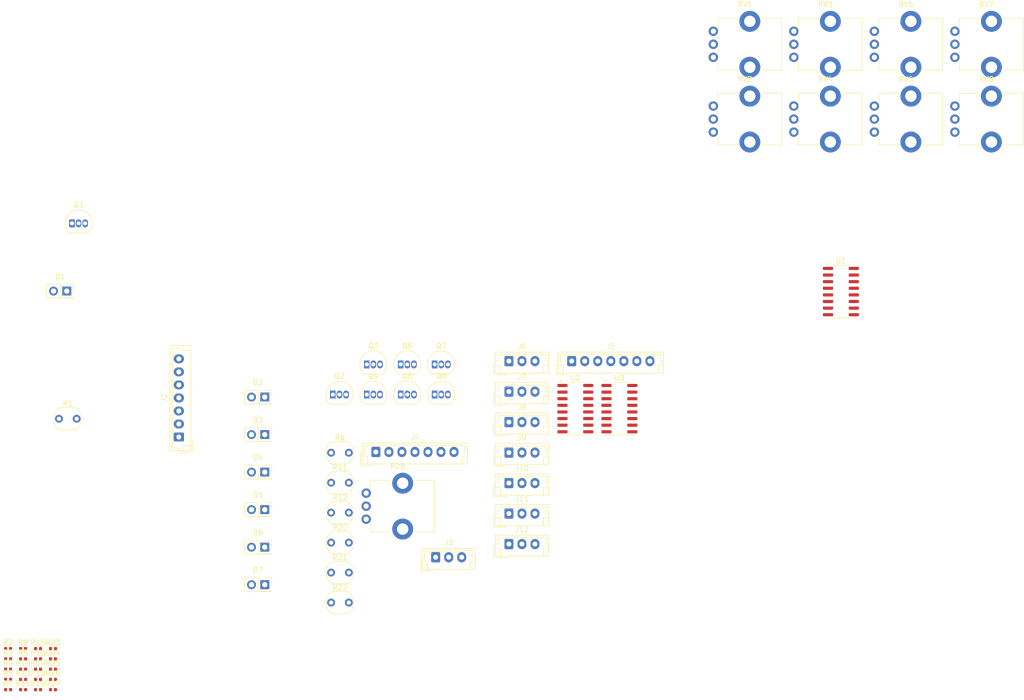
<source format=kicad_pcb>
(kicad_pcb (version 20240108) (generator "pcbnew") (generator_version "8.0")
  (layers (0 "F.Cu" signal) (31 "B.Cu" signal) (34 "B.Paste" user) (35 "F.Paste" user) (36 "B.SilkS" user "B.Silkscreen") (37 "F.SilkS" user "F.Silkscreen") (38 "B.Mask" user) (39 "F.Mask" user) (44 "Edge.Cuts" user))
  (net 0 "")
  (net 1 "GND")
  (net 2 "Net-(D2-A)")
  (net 3 "Net-(D3-A)")
  (net 4 "Net-(D4-A)")
  (net 5 "Net-(D5-A)")
  (net 6 "Net-(D6-A)")
  (net 7 "Net-(D7-A)")
  (net 8 "/Column_7_Rows/d3")
  (net 9 "/Column_7_Rows/d7")
  (net 10 "/Column_7_Rows/d5")
  (net 11 "/Column_7_Rows/d6")
  (net 12 "/Column_7_Rows/d1")
  (net 13 "/Column_7_Rows/d4")
  (net 14 "/Column_7_Rows/d2")
  (net 15 "/Column_7_Rows/Column_voltage")
  (net 16 "+3.3V")
  (net 17 "/Main_board/jst3")
  (net 18 "/Main_board/jst6")
  (net 19 "/Main_board/jst4")
  (net 20 "/Main_board/jst5")
  (net 21 "/Main_board/jst1")
  (net 22 "/Main_board/jst2")
  (net 23 "/Main_board/jst0")
  (net 24 "/Main_board/c0")
  (net 25 "/Main_board/c1")
  (net 26 "/Main_board/c2")
  (net 27 "/Main_board/c3")
  (net 28 "/Main_board/c4")
  (net 29 "/Main_board/c5")
  (net 30 "/Main_board/c6")
  (net 32 "Net-(Q2-B)")
  (net 33 "Net-(Q3-B)")
  (net 34 "Net-(Q4-B)")
  (net 35 "Net-(Q5-B)")
  (net 36 "Net-(Q6-B)")
  (net 37 "Net-(Q7-B)")
  (net 38 "/Column_7_Rows/column_voltage")
  (net 39 "Net-(U1-CH0)")
  (net 40 "Net-(U1-CH1)")
  (net 41 "Net-(U1-CH2)")
  (net 42 "Net-(U1-CH3)")
  (net 43 "Net-(U1-CH4)")
  (net 44 "Net-(U1-CH5)")
  (net 45 "Net-(U1-CH6)")
  (net 46 "Net-(U1-CH7)")
  (net 47 "/Octaves board/DATA_IN_ADC")
  (net 50 "/Octaves board/DATA_OUT_ADC")
  (net 51 "/Main_board/c7")
  (net 52 "/Main_board/clock_595")
  (net 53 "/Main_board/3.3")
  (net 54 "/Main_board/LATCH_595")
  (net 55 "/Main_board/DATA_IN_595")
  (net 56 "/Main_board/LOAD_165")
  (net 57 "/Main_board/DATA_OUT_165")
  (net 59 "/Main_board/clock_165")
  (footprint "Connector_PinSocket_2.54mm:PinSocket_2x01_P2.54mm_Vertical" (layer "F.Cu") (at 55.5 77.5)
    (property "Reference" "D1" (at -1.27 -2.77 0) (layer "F.SilkS"))
    (property "Value" "LED")
    (pad "1" thru_hole rect (at 0 0) (size 1.7 1.7) (drill 1) (layers "*.Cu" "*.Mask") (net 1 "GND"))
    (pad "2" thru_hole oval (at -2.54 0) (size 1.7 1.7) (drill 1) (layers "*.Cu" "*.Mask"))
  )
  (footprint "OptoDevice:R_LDR_5.1x4.3mm_P3.4mm_Vertical" (layer "F.Cu") (at 106.215 108.515)
    (property "Reference" "R6" (at 1.7 -2.9 0) (layer "F.SilkS"))
    (property "Value" "LDR07")
    (pad "1" thru_hole circle (at 0 0) (size 1.5 1.5) (drill 0.8) (layers "*.Cu" "*.Mask") (net 32 "Net-(Q2-B)"))
    (pad "2" thru_hole circle (at 3.4 0) (size 1.5 1.5) (drill 0.8) (layers "*.Cu" "*.Mask") (net 16 "+3.3V"))
  )
  (footprint "Potentiometer_THT:Potentiometer_Bourns_PTV09A-1_Single_Vertical" (layer "F.Cu") (at 210.45 32.65)
    (property "Reference" "RV5" (at 6.05 -10.15 0) (layer "F.SilkS"))
    (property "Value" "R_Potentiometer")
    (pad "" np_thru_hole circle (at 7 -6.9) (size 4 4) (drill 2.2) (layers "F&B.Cu" "*.Mask"))
    (pad "" np_thru_hole circle (at 7 1.9) (size 4 4) (drill 2.2) (layers "F&B.Cu" "*.Mask"))
    (pad "1" thru_hole circle (at 0 0) (size 1.8 1.8) (drill 1) (layers "*.Cu" "*.Mask") (net 16 "+3.3V"))
    (pad "2" thru_hole circle (at 0 -2.5) (size 1.8 1.8) (drill 1) (layers "*.Cu" "*.Mask") (net 43 "Net-(U1-CH4)"))
    (pad "3" thru_hole circle (at 0 -5) (size 1.8 1.8) (drill 1) (layers "*.Cu" "*.Mask") (net 1 "GND"))
  )
  (footprint "OptoDevice:R_LDR_5.1x4.3mm_P3.4mm_Vertical" (layer "F.Cu") (at 106.215 125.765)
    (property "Reference" "R20" (at 1.7 -2.9 0) (layer "F.SilkS"))
    (property "Value" "LDR07")
    (pad "1" thru_hole circle (at 0 0) (size 1.5 1.5) (drill 0.8) (layers "*.Cu" "*.Mask") (net 35 "Net-(Q5-B)"))
    (pad "2" thru_hole circle (at 3.4 0) (size 1.5 1.5) (drill 0.8) (layers "*.Cu" "*.Mask") (net 16 "+3.3V"))
  )
  (footprint "Potentiometer_THT:Potentiometer_Bourns_PTV09A-1_Single_Vertical" (layer "F.Cu") (at 195 47)
    (property "Reference" "RV4" (at 6.05 -10.15 0) (layer "F.SilkS"))
    (property "Value" "R_Potentiometer")
    (pad "" np_thru_hole circle (at 7 -6.9) (size 4 4) (drill 2.2) (layers "F&B.Cu" "*.Mask"))
    (pad "" np_thru_hole circle (at 7 1.9) (size 4 4) (drill 2.2) (layers "F&B.Cu" "*.Mask"))
    (pad "1" thru_hole circle (at 0 0) (size 1.8 1.8) (drill 1) (layers "*.Cu" "*.Mask") (net 16 "+3.3V"))
    (pad "2" thru_hole circle (at 0 -2.5) (size 1.8 1.8) (drill 1) (layers "*.Cu" "*.Mask") (net 42 "Net-(U1-CH3)"))
    (pad "3" thru_hole circle (at 0 -5) (size 1.8 1.8) (drill 1) (layers "*.Cu" "*.Mask") (net 1 "GND"))
  )
  (footprint "Capacitor_SMD:C_0402_1005Metric" (layer "F.Cu") (at 44.24 150.03)
    (property "Reference" "R4" (at 0 -1.16 0) (layer "F.SilkS"))
    (property "Value" "10k")
    (pad "1" smd roundrect (at -0.48 0) (size 0.56 0.62) (layers "F.Cu" "F.Paste" "F.Mask") (net 16 "+3.3V"))
    (pad "2" smd roundrect (at 0.48 0) (size 0.56 0.62) (layers "F.Cu" "F.Paste" "F.Mask") (net 12 "/Column_7_Rows/d1"))
  )
  (footprint "Capacitor_SMD:C_0402_1005Metric" (layer "F.Cu") (at 49.98 152)
    (property "Reference" "R18" (at 0 -1.16 0) (layer "F.SilkS"))
    (property "Value" "330")
    (pad "1" smd roundrect (at -0.48 0) (size 0.56 0.62) (layers "F.Cu" "F.Paste" "F.Mask") (net 38 "/Column_7_Rows/column_voltage"))
    (pad "2" smd roundrect (at 0.48 0) (size 0.56 0.62) (layers "F.Cu" "F.Paste" "F.Mask") (net 6 "Net-(D6-A)"))
  )
  (footprint "Connector_PinSocket_2.54mm:PinSocket_2x01_P2.54mm_Vertical" (layer "F.Cu") (at 93.485 112.235)
    (property "Reference" "D4" (at -1.27 -2.77 0) (layer "F.SilkS"))
    (property "Value" "LED")
    (pad "1" thru_hole rect (at 0 0) (size 1.7 1.7) (drill 1) (layers "*.Cu" "*.Mask") (net 1 "GND"))
    (pad "2" thru_hole oval (at -2.54 0) (size 1.7 1.7) (drill 1) (layers "*.Cu" "*.Mask") (net 4 "Net-(D4-A)"))
  )
  (footprint "Capacitor_SMD:C_0402_1005Metric" (layer "F.Cu") (at 52.85 146.09)
    (property "Reference" "R23" (at 0 -1.16 0) (layer "F.SilkS"))
    (property "Value" "10k")
    (pad "1" smd roundrect (at -0.48 0) (size 0.56 0.62) (layers "F.Cu" "F.Paste" "F.Mask") (net 35 "Net-(Q5-B)"))
    (pad "2" smd roundrect (at 0.48 0) (size 0.56 0.62) (layers "F.Cu" "F.Paste" "F.Mask") (net 1 "GND"))
  )
  (footprint "Potentiometer_THT:Potentiometer_Bourns_PTV09A-1_Single_Vertical" (layer "F.Cu") (at 225.9 47)
    (property "Reference" "RV8" (at 6.05 -10.15 0) (layer "F.SilkS"))
    (property "Value" "R_Potentiometer")
    (pad "" np_thru_hole circle (at 7 -6.9) (size 4 4) (drill 2.2) (layers "F&B.Cu" "*.Mask"))
    (pad "" np_thru_hole circle (at 7 1.9) (size 4 4) (drill 2.2) (layers "F&B.Cu" "*.Mask"))
    (pad "1" thru_hole circle (at 0 0) (size 1.8 1.8) (drill 1) (layers "*.Cu" "*.Mask") (net 16 "+3.3V"))
    (pad "2" thru_hole circle (at 0 -2.5) (size 1.8 1.8) (drill 1) (layers "*.Cu" "*.Mask") (net 46 "Net-(U1-CH7)"))
    (pad "3" thru_hole circle (at 0 -5) (size 1.8 1.8) (drill 1) (layers "*.Cu" "*.Mask") (net 1 "GND"))
  )
  (footprint "Potentiometer_THT:Potentiometer_Bourns_PTV09A-1_Single_Vertical" (layer "F.Cu") (at 210.45 47)
    (property "Reference" "RV6" (at 6.05 -10.15 0) (layer "F.SilkS"))
    (property "Value" "R_Potentiometer")
    (pad "" np_thru_hole circle (at 7 -6.9) (size 4 4) (drill 2.2) (layers "F&B.Cu" "*.Mask"))
    (pad "" np_thru_hole circle (at 7 1.9) (size 4 4) (drill 2.2) (layers "F&B.Cu" "*.Mask"))
    (pad "1" thru_hole circle (at 0 0) (size 1.8 1.8) (drill 1) (layers "*.Cu" "*.Mask") (net 16 "+3.3V"))
    (pad "2" thru_hole circle (at 0 -2.5) (size 1.8 1.8) (drill 1) (layers "*.Cu" "*.Mask") (net 44 "Net-(U1-CH5)"))
    (pad "3" thru_hole circle (at 0 -5) (size 1.8 1.8) (drill 1) (layers "*.Cu" "*.Mask") (net 1 "GND"))
  )
  (footprint "Connector_PinSocket_2.54mm:PinSocket_2x01_P2.54mm_Vertical" (layer "F.Cu") (at 93.485 126.635)
    (property "Reference" "D6" (at -1.27 -2.77 0) (layer "F.SilkS"))
    (property "Value" "LED")
    (pad "1" thru_hole rect (at 0 0) (size 1.7 1.7) (drill 1) (layers "*.Cu" "*.Mask") (net 1 "GND"))
    (pad "2" thru_hole oval (at -2.54 0) (size 1.7 1.7) (drill 1) (layers "*.Cu" "*.Mask") (net 6 "Net-(D6-A)"))
  )
  (footprint "OptoDevice:R_LDR_5.1x4.3mm_P3.4mm_Vertical" (layer "F.Cu") (at 106.215 114.265)
    (property "Reference" "R11" (at 1.7 -2.9 0) (layer "F.SilkS"))
    (property "Value" "LDR07")
    (pad "1" thru_hole circle (at 0 0) (size 1.5 1.5) (drill 0.8) (layers "*.Cu" "*.Mask") (net 33 "Net-(Q3-B)"))
    (pad "2" thru_hole circle (at 3.4 0) (size 1.5 1.5) (drill 0.8) (layers "*.Cu" "*.Mask") (net 16 "+3.3V"))
  )
  (footprint "Capacitor_SMD:C_0402_1005Metric" (layer "F.Cu") (at 49.98 146.09)
    (property "Reference" "R15" (at 0 -1.16 0) (layer "F.SilkS"))
    (property "Value" "10k")
    (pad "1" smd roundrect (at -0.48 0) (size 0.56 0.62) (layers "F.Cu" "F.Paste" "F.Mask") (net 16 "+3.3V"))
    (pad "2" smd roundrect (at 0.48 0) (size 0.56 0.62) (layers "F.Cu" "F.Paste" "F.Mask") (net 8 "/Column_7_Rows/d3"))
  )
  (footprint "Package_TO_SOT_THT:TO-92_Inline" (layer "F.Cu") (at 119.565 97.355)
    (property "Reference" "Q6" (at 1.27 -3.56 0) (layer "F.SilkS"))
    (property "Value" "2N3904")
    (pad "1" thru_hole rect (at 0 0) (size 1.05 1.5) (drill 0.75) (layers "*.Cu" "*.Mask") (net 1 "GND"))
    (pad "2" thru_hole oval (at 1.27 0) (size 1.05 1.5) (drill 0.75) (layers "*.Cu" "*.Mask") (net 36 "Net-(Q6-B)"))
    (pad "3" thru_hole oval (at 2.54 0) (size 1.05 1.5) (drill 0.75) (layers "*.Cu" "*.Mask") (net 11 "/Column_7_Rows/d6"))
  )
  (footprint "Connector_PinSocket_2.54mm:PinSocket_2x01_P2.54mm_Vertical" (layer "F.Cu") (at 93.485 105.035)
    (property "Reference" "D3" (at -1.27 -2.77 0) (layer "F.SilkS"))
    (property "Value" "LED")
    (pad "1" thru_hole rect (at 0 0) (size 1.7 1.7) (drill 1) (layers "*.Cu" "*.Mask") (net 1 "GND"))
    (pad "2" thru_hole oval (at -2.54 0) (size 1.7 1.7) (drill 1) (layers "*.Cu" "*.Mask") (net 3 "Net-(D3-A)"))
  )
  (footprint "Capacitor_SMD:C_0402_1005Metric" (layer "F.Cu") (at 44.24 153.97)
    (property "Reference" "R7" (at 0 -1.16 0) (layer "F.SilkS"))
    (property "Value" "10k")
    (pad "1" smd roundrect (at -0.48 0) (size 0.56 0.62) (layers "F.Cu" "F.Paste" "F.Mask") (net 32 "Net-(Q2-B)"))
    (pad "2" smd roundrect (at 0.48 0) (size 0.56 0.62) (layers "F.Cu" "F.Paste" "F.Mask") (net 1 "GND"))
  )
  (footprint "Package_TO_SOT_THT:TO-92_Inline" (layer "F.Cu") (at 56.5 64.5)
    (property "Reference" "Q1" (at 1.27 -3.56 0) (layer "F.SilkS"))
    (property "Value" "2N3904")
    (pad "1" thru_hole rect (at 0 0) (size 1.05 1.5) (drill 0.75) (layers "*.Cu" "*.Mask") (net 1 "GND"))
    (pad "2" thru_hole oval (at 1.27 0) (size 1.05 1.5) (drill 0.75) (layers "*.Cu" "*.Mask"))
    (pad "3" thru_hole oval (at 2.54 0) (size 1.05 1.5) (drill 0.75) (layers "*.Cu" "*.Mask") (net 12 "/Column_7_Rows/d1"))
  )
  (footprint "Package_TO_SOT_THT:TO-92_Inline" (layer "F.Cu") (at 126.075 91.565)
    (property "Reference" "Q7" (at 1.27 -3.56 0) (layer "F.SilkS"))
    (property "Value" "2N3904")
    (pad "1" thru_hole rect (at 0 0) (size 1.05 1.5) (drill 0.75) (layers "*.Cu" "*.Mask") (net 1 "GND"))
    (pad "2" thru_hole oval (at 1.27 0) (size 1.05 1.5) (drill 0.75) (layers "*.Cu" "*.Mask") (net 37 "Net-(Q7-B)"))
    (pad "3" thru_hole oval (at 2.54 0) (size 1.05 1.5) (drill 0.75) (layers "*.Cu" "*.Mask") (net 9 "/Column_7_Rows/d7"))
  )
  (footprint "Capacitor_SMD:C_0402_1005Metric" (layer "F.Cu") (at 52.85 153.97)
    (property "Reference" "R27" (at 0 -1.16 0) (layer "F.SilkS"))
    (property "Value" "10k")
    (pad "1" smd roundrect (at -0.48 0) (size 0.56 0.62) (layers "F.Cu" "F.Paste" "F.Mask") (net 16 "+3.3V"))
    (pad "2" smd roundrect (at 0.48 0) (size 0.56 0.62) (layers "F.Cu" "F.Paste" "F.Mask") (net 11 "/Column_7_Rows/d6"))
  )
  (footprint "Capacitor_SMD:C_0402_1005Metric" (layer "F.Cu") (at 52.85 150.03)
    (property "Reference" "R25" (at 0 -1.16 0) (layer "F.SilkS"))
    (property "Value" "10k")
    (pad "1" smd roundrect (at -0.48 0) (size 0.56 0.62) (layers "F.Cu" "F.Paste" "F.Mask") (net 37 "Net-(Q7-B)"))
    (pad "2" smd roundrect (at 0.48 0) (size 0.56 0.62) (layers "F.Cu" "F.Paste" "F.Mask") (net 1 "GND"))
  )
  (footprint "Potentiometer_THT:Potentiometer_Bourns_PTV09A-1_Single_Vertical" (layer "F.Cu") (at 179.55 32.65)
    (property "Reference" "RV1" (at 6.05 -10.15 0) (layer "F.SilkS"))
    (property "Value" "R_Potentiometer")
    (pad "" np_thru_hole circle (at 7 -6.9) (size 4 4) (drill 2.2) (layers "F&B.Cu" "*.Mask"))
    (pad "" np_thru_hole circle (at 7 1.9) (size 4 4) (drill 2.2) (layers "F&B.Cu" "*.Mask"))
    (pad "1" thru_hole circle (at 0 0) (size 1.8 1.8) (drill 1) (layers "*.Cu" "*.Mask") (net 16 "+3.3V"))
    (pad "2" thru_hole circle (at 0 -2.5) (size 1.8 1.8) (drill 1) (layers "*.Cu" "*.Mask") (net 39 "Net-(U1-CH0)"))
    (pad "3" thru_hole circle (at 0 -5) (size 1.8 1.8) (drill 1) (layers "*.Cu" "*.Mask") (net 1 "GND"))
  )
  (footprint "Connector_PinSocket_2.54mm:PinSocket_2x01_P2.54mm_Vertical" (layer "F.Cu") (at 93.485 97.835)
    (property "Reference" "D2" (at -1.27 -2.77 0) (layer "F.SilkS"))
    (property "Value" "LED")
    (pad "1" thru_hole rect (at 0 0) (size 1.7 1.7) (drill 1) (layers "*.Cu" "*.Mask") (net 1 "GND"))
    (pad "2" thru_hole oval (at -2.54 0) (size 1.7 1.7) (drill 1) (layers "*.Cu" "*.Mask") (net 2 "Net-(D2-A)"))
  )
  (footprint "OptoDevice:R_LDR_5.1x4.3mm_P3.4mm_Vertical" (layer "F.Cu") (at 106.215 131.515)
    (property "Reference" "R21" (at 1.7 -2.9 0) (layer "F.SilkS"))
    (property "Value" "LDR07")
    (pad "1" thru_hole circle (at 0 0) (size 1.5 1.5) (drill 0.8) (layers "*.Cu" "*.Mask") (net 36 "Net-(Q6-B)"))
    (pad "2" thru_hole circle (at 3.4 0) (size 1.5 1.5) (drill 0.8) (layers "*.Cu" "*.Mask") (net 16 "+3.3V"))
  )
  (footprint "Capacitor_SMD:C_0402_1005Metric" (layer "F.Cu") (at 44.24 152)
    (property "Reference" "R5" (at 0 -1.16 0) (layer "F.SilkS"))
    (property "Value" "330")
    (pad "1" smd roundrect (at -0.48 0) (size 0.56 0.62) (layers "F.Cu" "F.Paste" "F.Mask") (net 38 "/Column_7_Rows/column_voltage"))
    (pad "2" smd roundrect (at 0.48 0) (size 0.56 0.62) (layers "F.Cu" "F.Paste" "F.Mask") (net 2 "Net-(D2-A)"))
  )
  (footprint "OptoDevice:R_LDR_5.1x4.3mm_P3.4mm_Vertical" (layer "F.Cu") (at 106.215 137.265)
    (property "Reference" "R22" (at 1.7 -2.9 0) (layer "F.SilkS"))
    (property "Value" "LDR07")
    (pad "1" thru_hole circle (at 0 0) (size 1.5 1.5) (drill 0.8) (layers "*.Cu" "*.Mask") (net 37 "Net-(Q7-B)"))
    (pad "2" thru_hole circle (at 3.4 0) (size 1.5 1.5) (drill 0.8) (layers "*.Cu" "*.Mask") (net 16 "+3.3V"))
  )
  (footprint "OptoDevice:R_LDR_5.1x4.3mm_P3.4mm_Vertical" (layer "F.Cu") (at 106.215 120.015)
    (property "Reference" "R12" (at 1.7 -2.9 0) (layer "F.SilkS"))
    (property "Value" "LDR07")
    (pad "1" thru_hole circle (at 0 0) (size 1.5 1.5) (drill 0.8) (layers "*.Cu" "*.Mask") (net 34 "Net-(Q4-B)"))
    (pad "2" thru_hole circle (at 3.4 0) (size 1.5 1.5) (drill 0.8) (layers "*.Cu" "*.Mask") (net 16 "+3.3V"))
  )
  (footprint "Capacitor_SMD:C_0402_1005Metric" (layer "F.Cu") (at 47.11 153.97)
    (property "Reference" "R14" (at 0 -1.16 0) (layer "F.SilkS"))
    (property "Value" "10k")
    (pad "1" smd roundrect (at -0.48 0) (size 0.56 0.62) (layers "F.Cu" "F.Paste" "F.Mask") (net 34 "Net-(Q4-B)"))
    (pad "2" smd roundrect (at 0.48 0) (size 0.56 0.62) (layers "F.Cu" "F.Paste" "F.Mask") (net 1 "GND"))
  )
  (footprint "Package_SO:SOIC-16_3.9x9.9mm_P1.27mm" (layer "F.Cu") (at 161.525 100.055)
    (property "Reference" "U3" (at 0 -5.9 0) (layer "F.SilkS"))
    (property "Value" "74HC165")
    (pad "1" smd roundrect (at -2.475 -4.445) (size 1.95 0.6) (layers "F.Cu" "F.Paste" "F.Mask") (net 56 "/Main_board/LOAD_165"))
    (pad "2" smd roundrect (at -2.475 -3.175) (size 1.95 0.6) (layers "F.Cu" "F.Paste" "F.Mask") (net 59 "/Main_board/clock_165"))
    (pad "3" smd roundrect (at -2.475 -1.905) (size 1.95 0.6) (layers "F.Cu" "F.Paste" "F.Mask") (net 19 "/Main_board/jst4"))
    (pad "4" smd roundrect (at -2.475 -0.635) (size 1.95 0.6) (layers "F.Cu" "F.Paste" "F.Mask") (net 20 "/Main_board/jst5"))
    (pad "5" smd roundrect (at -2.475 0.635) (size 1.95 0.6) (layers "F.Cu" "F.Paste" "F.Mask") (net 18 "/Main_board/jst6"))
    (pad "6" smd roundrect (at -2.475 1.905) (size 1.95 0.6) (layers "F.Cu" "F.Paste" "F.Mask") (net 1 "GND"))
    (pad "7" smd roundrect (at -2.475 3.175) (size 1.95 0.6) (layers "F.Cu" "F.Paste" "F.Mask"))
    (pad "8" smd roundrect (at -2.475 4.445) (size 1.95 0.6) (layers "F.Cu" "F.Paste" "F.Mask") (net 1 "GND"))
    (pad "9" smd roundrect (at 2.475 4.445) (size 1.95 0.6) (layers "F.Cu" "F.Paste" "F.Mask") (net 57 "/Main_board/DATA_OUT_165"))
    (pad "10" smd roundrect (at 2.475 3.175) (size 1.95 0.6) (layers "F.Cu" "F.Paste" "F.Mask") (net 1 "GND"))
    (pad "11" smd roundrect (at 2.475 1.905) (size 1.95 0.6) (layers "F.Cu" "F.Paste" "F.Mask") (net 23 "/Main_board/jst0"))
    (pad "12" smd roundrect (at 2.475 0.635) (size 1.95 0.6) (layers "F.Cu" "F.Paste" "F.Mask") (net 21 "/Main_board/jst1"))
    (pad "13" smd roundrect (at 2.475 -0.635) (size 1.95 0.6) (layers "F.Cu" "F.Paste" "F.Mask") (net 22 "/Main_board/jst2"))
    (pad "14" smd roundrect (at 2.475 -1.905) (size 1.95 0.6) (layers "F.Cu" "F.Paste" "F.Mask") (net 17 "/Main_board/jst3"))
    (pad "15" smd roundrect (at 2.475 -3.175) (size 1.95 0.6) (layers "F.Cu" "F.Paste" "F.Mask") (net 16 "+3.3V"))
    (pad "16" smd roundrect (at 2.475 -4.445) (size 1.95 0.6) (layers "F.Cu" "F.Paste" "F.Mask") (net 53 "/Main_board/3.3"))
  )
  (footprint "Potentiometer_THT:Potentiometer_Bourns_PTV09A-1_Single_Vertical" (layer "F.Cu") (at 179.55 47)
    (property "Reference" "RV2" (at 6.05 -10.15 0) (layer "F.SilkS"))
    (property "Value" "R_Potentiometer")
    (pad "" np_thru_hole circle (at 7 -6.9) (size 4 4) (drill 2.2) (layers "F&B.Cu" "*.Mask"))
    (pad "" np_thru_hole circle (at 7 1.9) (size 4 4) (drill 2.2) (layers "F&B.Cu" "*.Mask"))
    (pad "1" thru_hole circle (at 0 0) (size 1.8 1.8) (drill 1) (layers "*.Cu" "*.Mask") (net 16 "+3.3V"))
    (pad "2" thru_hole circle (at 0 -2.5) (size 1.8 1.8) (drill 1) (layers "*.Cu" "*.Mask") (net 40 "Net-(U1-CH1)"))
    (pad "3" thru_hole circle (at 0 -5) (size 1.8 1.8) (drill 1) (layers "*.Cu" "*.Mask") (net 1 "GND"))
  )
  (footprint "Connector_JST:JST_EH_B3B-EH-A_1x03_P2.50mm_Vertical" (layer "F.Cu") (at 140.325 90.935)
    (property "Reference" "J6" (at 2.5 -2.8 0) (layer "F.SilkS"))
    (property "Value" "Conn_01x03_Pin")
    (pad "1" thru_hole roundrect (at 0 0) (size 1.7 1.95) (drill 0.95) (layers "*.Cu" "*.Mask") (roundrect_rratio 0.147059) (net 1 "GND"))
    (pad "2" thru_hole oval (at 2.5 0) (size 1.7 1.95) (drill 0.95) (layers "*.Cu" "*.Mask") (net 24 "/Main_board/c0"))
    (pad "3" thru_hole oval (at 5 0) (size 1.7 1.95) (drill 0.95) (layers "*.Cu" "*.Mask") (net 16 "+3.3V"))
  )
  (footprint "Package_TO_SOT_THT:TO-92_Inline" (layer "F.Cu") (at 113.055 97.355)
    (property "Reference" "Q4" (at 1.27 -3.56 0) (layer "F.SilkS"))
    (property "Value" "2N3904")
    (pad "1" thru_hole rect (at 0 0) (size 1.05 1.5) (drill 0.75) (layers "*.Cu" "*.Mask") (net 1 "GND"))
    (pad "2" thru_hole oval (at 1.27 0) (size 1.05 1.5) (drill 0.75) (layers "*.Cu" "*.Mask") (net 34 "Net-(Q4-B)"))
    (pad "3" thru_hole oval (at 2.54 0) (size 1.05 1.5) (drill 0.75) (layers "*.Cu" "*.Mask") (net 13 "/Column_7_Rows/d4"))
  )
  (footprint "Capacitor_SMD:C_0402_1005Metric" (layer "F.Cu") (at 52.85 152)
    (property "Reference" "R26" (at 0 -1.16 0) (layer "F.SilkS"))
    (property "Value" "10k")
    (pad "1" smd roundrect (at -0.48 0) (size 0.56 0.62) (layers "F.Cu" "F.Paste" "F.Mask") (net 16 "+3.3V"))
    (pad "2" smd roundrect (at 0.48 0) (size 0.56 0.62) (layers "F.Cu" "F.Paste" "F.Mask") (net 10 "/Column_7_Rows/d5"))
  )
  (footprint "Capacitor_SMD:C_0402_1005Metric" (layer "F.Cu") (at 44.24 146.09)
    (property "Reference" "R2" (at 0 -1.16 0) (layer "F.SilkS"))
    (property "Value" "330")
    (pad "1" smd roundrect (at -0.48 0) (size 0.56 0.62) (layers "F.Cu" "F.Paste" "F.Mask") (net 38 "/Column_7_Rows/column_voltage"))
    (pad "2" smd roundrect (at 0.48 0) (size 0.56 0.62) (layers "F.Cu" "F.Paste" "F.Mask"))
  )
  (footprint "Connector_PinSocket_2.54mm:PinSocket_2x01_P2.54mm_Vertical" (layer "F.Cu") (at 93.485 133.835)
    (property "Reference" "D7" (at -1.27 -2.77 0) (layer "F.SilkS"))
    (property "Value" "LED")
    (pad "1" thru_hole rect (at 0 0) (size 1.7 1.7) (drill 1) (layers "*.Cu" "*.Mask") (net 1 "GND"))
    (pad "2" thru_hole oval (at -2.54 0) (size 1.7 1.7) (drill 1) (layers "*.Cu" "*.Mask") (net 7 "Net-(D7-A)"))
  )
  (footprint "Capacitor_SMD:C_0402_1005Metric" (layer "F.Cu") (at 47.11 150.03)
    (property "Reference" "R10" (at 0 -1.16 0) (layer "F.SilkS"))
    (property "Value" "330")
    (pad "1" smd roundrect (at -0.48 0) (size 0.56 0.62) (layers "F.Cu" "F.Paste" "F.Mask") (net 38 "/Column_7_Rows/column_voltage"))
    (pad "2" smd roundrect (at 0.48 0) (size 0.56 0.62) (layers "F.Cu" "F.Paste" "F.Mask") (net 4 "Net-(D4-A)"))
  )
  (footprint "Capacitor_SMD:C_0402_1005Metric" (layer "F.Cu") (at 47.11 152)
    (property "Reference" "R13" (at 0 -1.16 0) (layer "F.SilkS"))
    (property "Value" "10k")
    (pad "1" smd roundrect (at -0.48 0) (size 0.56 0.62) (layers "F.Cu" "F.Paste" "F.Mask") (net 33 "Net-(Q3-B)"))
    (pad "2" smd roundrect (at 0.48 0) (size 0.56 0.62) (layers "F.Cu" "F.Paste" "F.Mask") (net 1 "GND"))
  )
  (footprint "Connector_JST:JST_EH_B3B-EH-A_1x03_P2.50mm_Vertical" (layer "F.Cu") (at 126.275 128.565)
    (property "Reference" "J3" (at 2.5 -2.8 0) (layer "F.SilkS"))
    (property "Value" "Conn_01x03_Pin")
    (pad "1" thru_hole roundrect (at 0 0) (size 1.7 1.95) (drill 0.95) (layers "*.Cu" "*.Mask") (roundrect_rratio 0.147059) (net 1 "GND"))
    (pad "2" thru_hole oval (at 2.5 0) (size 1.7 1.95) (drill 0.95) (layers "*.Cu" "*.Mask") (net 15 "/Column_7_Rows/Column_voltage"))
    (pad "3" thru_hole oval (at 5 0) (size 1.7 1.95) (drill 0.95) (layers "*.Cu" "*.Mask") (net 16 "+3.3V"))
  )
  (footprint "Connector_JST:JST_EH_B3B-EH-A_1x03_P2.50mm_Vertical" (layer "F.Cu") (at 140.325 108.485)
    (property "Reference" "J9" (at 2.5 -2.8 0) (layer "F.SilkS"))
    (property "Value" "Conn_01x03_Pin")
    (pad "1" thru_hole roundrect (at 0 0) (size 1.7 1.95) (drill 0.95) (layers "*.Cu" "*.Mask") (roundrect_rratio 0.147059) (net 1 "GND"))
    (pad "2" thru_hole oval (at 2.5 0) (size 1.7 1.95) (drill 0.95) (layers "*.Cu" "*.Mask") (net 27 "/Main_board/c3"))
    (pad "3" thru_hole oval (at 5 0) (size 1.7 1.95) (drill 0.95) (layers "*.Cu" "*.Mask") (net 16 "+3.3V"))
  )
  (footprint "Potentiometer_THT:Potentiometer_Bourns_PTV09A-1_Single_Vertical" (layer "F.Cu") (at 225.9 32.65)
    (property "Reference" "RV7" (at 6.05 -10.15 0) (layer "F.SilkS"))
    (property "Value" "R_Potentiometer")
    (pad "" np_thru_hole circle (at 7 -6.9) (size 4 4) (drill 2.2) (layers "F&B.Cu" "*.Mask"))
    (pad "" np_thru_hole circle (at 7 1.9) (size 4 4) (drill 2.2) (layers "F&B.Cu" "*.Mask"))
    (pad "1" thru_hole circle (at 0 0) (size 1.8 1.8) (drill 1) (layers "*.Cu" "*.Mask") (net 16 "+3.3V"))
    (pad "2" thru_hole circle (at 0 -2.5) (size 1.8 1.8) (drill 1) (layers "*.Cu" "*.Mask") (net 45 "Net-(U1-CH6)"))
    (pad "3" thru_hole circle (at 0 -5) (size 1.8 1.8) (drill 1) (layers "*.Cu" "*.Mask") (net 1 "GND"))
  )
  (footprint "Capacitor_SMD:C_0402_1005Metric" (layer "F.Cu") (at 44.24 148.06)
    (property "Reference" "R3" (at 0 -1.16 0) (layer "F.SilkS"))
    (property "Value" "10k")
    (pad "1" smd roundrect (at -0.48 0) (size 0.56 0.62) (layers "F.Cu" "F.Paste" "F.Mask"))
    (pad "2" smd roundrect (at 0.48 0) (size 0.56 0.62) (layers "F.Cu" "F.Paste" "F.Mask") (net 1 "GND"))
  )
  (footprint "Package_TO_SOT_THT:TO-92_Inline" (layer "F.Cu") (at 106.545 97.355)
    (property "Reference" "Q2" (at 1.27 -3.56 0) (layer "F.SilkS"))
    (property "Value" "2N3904")
    (pad "1" thru_hole rect (at 0 0) (size 1.05 1.5) (drill 0.75) (layers "*.Cu" "*.Mask") (net 1 "GND"))
    (pad "2" thru_hole oval (at 1.27 0) (size 1.05 1.5) (drill 0.75) (layers "*.Cu" "*.Mask") (net 32 "Net-(Q2-B)"))
    (pad "3" thru_hole oval (at 2.54 0) (size 1.05 1.5) (drill 0.75) (layers "*.Cu" "*.Mask") (net 14 "/Column_7_Rows/d2"))
  )
  (footprint "Package_SO:SOIC-16_3.9x9.9mm_P1.27mm" (layer "F.Cu") (at 153.075 100.055)
    (property "Reference" "U2" (at 0 -5.9 0) (layer "F.SilkS"))
    (property "Value" "74HC595")
    (pad "1" smd roundrect (at -2.475 -4.445) (size 1.95 0.6) (layers "F.Cu" "F.Paste" "F.Mask") (net 25 "/Main_board/c1"))
    (pad "2" smd roundrect (at -2.475 -3.175) (size 1.95 0.6) (layers "F.Cu" "F.Paste" "F.Mask") (net 26 "/Main_board/c2"))
    (pad "3" smd roundrect (at -2.475 -1.905) (size 1.95 0.6) (layers "F.Cu" "F.Paste" "F.Mask") (net 27 "/Main_board/c3"))
    (pad "4" smd roundrect (at -2.475 -0.635) (size 1.95 0.6) (layers "F.Cu" "F.Paste" "F.Mask") (net 28 "/Main_board/c4"))
    (pad "5" smd roundrect (at -2.475 0.635) (size 1.95 0.6) (layers "F.Cu" "F.Paste" "F.Mask") (net 29 "/Main_board/c5"))
    (pad "6" smd roundrect (at -2.475 1.905) (size 1.95 0.6) (layers "F.Cu" "F.Paste" "F.Mask") (net 30 "/Main_board/c6"))
    (pad "7" smd roundrect (at -2.475 3.175) (size 1.95 0.6) (layers "F.Cu" "F.Paste" "F.Mask") (net 51 "/Main_board/c7"))
    (pad "8" smd roundrect (at -2.475 4.445) (size 1.95 0.6) (layers "F.Cu" "F.Paste" "F.Mask") (net 1 "GND"))
    (pad "9" smd roundrect (at 2.475 4.445) (size 1.95 0.6) (layers "F.Cu" "F.Paste" "F.Mask") (net 1 "GND"))
    (pad "10" smd roundrect (at 2.475 3.175) (size 1.95 0.6) (layers "F.Cu" "F.Paste" "F.Mask") (net 16 "+3.3V"))
    (pad "11" smd roundrect (at 2.475 1.905) (size 1.95 0.6) (layers "F.Cu" "F.Paste" "F.Mask") (net 52 "/Main_board/clock_595"))
    (pad "12" smd roundrect (at 2.475 0.635) (size 1.95 0.6) (layers "F.Cu" "F.Paste" "F.Mask") (net 54 "/Main_board/LATCH_595"))
    (pad "13" smd roundrect (at 2.475 -0.635) (size 1.95 0.6) (layers "F.Cu" "F.Paste" "F.Mask") (net 1 "GND"))
    (pad "14" smd roundrect (at 2.475 -1.905) (size 1.95 0.6) (layers "F.Cu" "F.Paste" "F.Mask") (net 55 "/Main_board/DATA_IN_595"))
    (pad "15" smd roundrect (at 2.475 -3.175) (size 1.95 0.6) (layers "F.Cu" "F.Paste" "F.Mask") (net 24 "/Main_board/c0"))
    (pad "16" smd roundrect (at 2.475 -4.445) (size 1.95 0.6) (layers "F.Cu" "F.Paste" "F.Mask") (net 53 "/Main_board/3.3"))
  )
  (footprint "Connector_PinSocket_2.54mm:PinSocket_2x01_P2.54mm_Vertical" (layer "F.Cu") (at 93.485 119.435)
    (property "Reference" "D5" (at -1.27 -2.77 0) (layer "F.SilkS"))
    (property "Value" "LED")
    (pad "1" thru_hole rect (at 0 0) (size 1.7 1.7) (drill 1) (layers "*.Cu" "*.Mask") (net 1 "GND"))
    (pad "2" thru_hole oval (at -2.54 0) (size 1.7 1.7) (drill 1) (layers "*.Cu" "*.Mask") (net 5 "Net-(D5-A)"))
  )
  (footprint "Package_TO_SOT_THT:TO-92_Inline" (layer "F.Cu") (at 113.055 91.565)
    (property "Reference" "Q3" (at 1.27 -3.56 0) (layer "F.SilkS"))
    (property "Value" "2N3904")
    (pad "1" thru_hole rect (at 0 0) (size 1.05 1.5) (drill 0.75) (layers "*.Cu" "*.Mask") (net 1 "GND"))
    (pad "2" thru_hole oval (at 1.27 0) (size 1.05 1.5) (drill 0.75) (layers "*.Cu" "*.Mask") (net 33 "Net-(Q3-B)"))
    (pad "3" thru_hole oval (at 2.54 0) (size 1.05 1.5) (drill 0.75) (layers "*.Cu" "*.Mask") (net 8 "/Column_7_Rows/d3"))
  )
  (footprint "Connector_JST:JST_EH_B7B-EH-A_1x07_P2.50mm_Vertical" (layer "F.Cu") (at 152.375 90.935)
    (property "Reference" "J5" (at 7.5 -2.8 0) (layer "F.SilkS"))
    (property "Value" "Conn_01x07_Socket")
    (pad "1" thru_hole roundrect (at 0 0) (size 1.7 1.95) (drill 0.95) (layers "*.Cu" "*.Mask") (roundrect_rratio 0.147059) (net 23 "/Main_board/jst0"))
    (pad "2" thru_hole oval (at 2.5 0) (size 1.7 1.95) (drill 0.95) (layers "*.Cu" "*.Mask") (net 21 "/Main_board/jst1"))
    (pad "3" thru_hole oval (at 5 0) (size 1.7 1.95) (drill 0.95) (layers "*.Cu" "*.Mask") (net 22 "/Main_board/jst2"))
    (pad "4" thru_hole oval (at 7.5 0) (size 1.7 1.95) (drill 0.95) (layers "*.Cu" "*.Mask") (net 17 "/Main_board/jst3"))
    (pad "5" thru_hole oval (at 10 0) (size 1.7 1.95) (drill 0.95) (layers "*.Cu" "*.Mask") (net 19 "/Main_board/jst4"))
    (pad "6" thru_hole oval (at 12.5 0) (size 1.7 1.95) (drill 0.95) (layers "*.Cu" "*.Mask") (net 20 "/Main_board/jst5"))
    (pad "7" thru_hole oval (at 15 0) (size 1.7 1.95) (drill 0.95) (layers "*.Cu" "*.Mask") (net 18 "/Main_board/jst6"))
  )
  (footprint "Connector_JST:JST_EH_B3B-EH-A_1x03_P2.50mm_Vertical" (layer "F.Cu") (at 140.325 102.635)
    (property "Reference" "J8" (at 2.5 -2.8 0) (layer "F.SilkS"))
    (property "Value" "Conn_01x03_Pin")
    (pad "1" thru_hole roundrect (at 0 0) (size 1.7 1.95) (drill 0.95) (layers "*.Cu" "*.Mask") (roundrect_rratio 0.147059) (net 1 "GND"))
    (pad "2" thru_hole oval (at 2.5 0) (size 1.7 1.95) (drill 0.95) (layers "*.Cu" "*.Mask") (net 26 "/Main_board/c2"))
    (pad "3" thru_hole oval (at 5 0) (size 1.7 1.95) (drill 0.95) (layers "*.Cu" "*.Mask") (net 16 "+3.3V"))
  )
  (footprint "Connector_JST:JST_EH_B7B-EH-A_1x07_P2.50mm_Vertical" (layer "F.Cu") (at 114.795 108.365)
    (property "Reference" "J4" (at 7.5 -2.8 0) (layer "F.SilkS"))
    (property "Value" "Conn_01x07_Socket")
    (pad "1" thru_hole roundrect (at 0 0) (size 1.7 1.95) (drill 0.95) (layers "*.Cu" "*.Mask") (roundrect_rratio 0.147059) (net 12 "/Column_7_Rows/d1"))
    (pad "2" thru_hole oval (at 2.5 0) (size 1.7 1.95) (drill 0.95) (layers "*.Cu" "*.Mask") (net 14 "/Column_7_Rows/d2"))
    (pad "3" thru_hole oval (at 5 0) (size 1.7 1.95) (drill 0.95) (layers "*.Cu" "*.Mask") (net 8 "/Column_7_Rows/d3"))
    (pad "4" thru_hole oval (at 7.5 0) (size 1.7 1.95) (drill 0.95) (layers "*.Cu" "*.Mask") (net 13 "/Column_7_Rows/d4"))
    (pad "5" thru_hole oval (at 10 0) (size 1.7 1.95) (drill 0.95) (layers "*.Cu" "*.Mask") (net 10 "/Column_7_Rows/d5"))
    (pad "6" thru_hole oval (at 12.5 0) (size 1.7 1.95) (drill 0.95) (layers "*.Cu" "*.Mask") (net 11 "/Column_7_Rows/d6"))
    (pad "7" thru_hole oval (at 15 0) (size 1.7 1.95) (drill 0.95) (layers "*.Cu" "*.Mask") (net 9 "/Column_7_Rows/d7"))
  )
  (footprint "Capacitor_SMD:C_0402_1005Metric" (layer "F.Cu") (at 49.98 148.06)
    (property "Reference" "R16" (at 0 -1.16 0) (layer "F.SilkS"))
    (property "Value" "10k")
    (pad "1" smd roundrect (at -0.48 0) (size 0.56 0.62) (layers "F.Cu" "F.Paste" "F.Mask") (net 16 "+3.3V"))
    (pad "2" smd roundrect (at 0.48 0) (size 0.56 0.62) (layers "F.Cu" "F.Paste" "F.Mask") (net 13 "/Column_7_Rows/d4"))
  )
  (footprint "Capacitor_SMD:C_0402_1005Metric" (layer "F.Cu") (at 47.11 146.09)
    (property "Reference" "R8" (at 0 -1.16 0) (layer "F.SilkS"))
    (property "Value" "10k")
    (pad "1" smd roundrect (at -0.48 0) (size 0.56 0.62) (layers "F.Cu" "F.Paste" "F.Mask") (net 16 "+3.3V"))
    (pad "2" smd roundrect (at 0.48 0) (size 0.56 0.62) (layers "F.Cu" "F.Paste" "F.Mask") (net 14 "/Column_7_Rows/d2"))
  )
  (footprint "Capacitor_SMD:C_0402_1005Metric" (layer "F.Cu") (at 49.98 153.97)
    (property "Reference" "R19" (at 0 -1.16 0) (layer "F.SilkS"))
    (property "Value" "330")
    (pad "1" smd roundrect (at -0.48 0) (size 0.56 0.62) (layers "F.Cu" "F.Paste" "F.Mask") (net 38 "/Column_7_Rows/column_voltage"))
    (pad "2" smd roundrect (at 0.48 0) (size 0.56 0.62) (layers "F.Cu" "F.Paste" "F.Mask") (net 7 "Net-(D7-A)"))
  )
  (footprint "Package_SO:SOIC-16_3.9x9.9mm_P1.27mm" (layer "F.Cu") (at 204.025 77.595)
    (property "Reference" "U1" (at 0 -5.9 0) (layer "F.SilkS"))
    (property "Value" "MCP3008")
    (pad "1" smd roundrect (at -2.475 -4.445) (size 1.95 0.6) (layers "F.Cu" "F.Paste" "F.Mask") (net 39 "Net-(U1-CH0)"))
    (pad "2" smd roundrect (at -2.475 -3.175) (size 1.95 0.6) (layers "F.Cu" "F.Paste" "F.Mask") (net 40 "Net-(U1-CH1)"))
    (pad "3" smd roundrect (at -2.475 -1.905) (size 1.95 0.6) (layers "F.Cu" "F.Paste" "F.Mask") (net 41 "Net-(U1-CH2)"))
    (pad "4" smd roundrect (at -2.475 -0.635) (size 1.95 0.6) (layers "F.Cu" "F.Paste" "F.Mask") (net 42 "Net-(U1-CH3)"))
    (pad "5" smd roundrect (at -2.475 0.635) (size 1.95 0.6) (layers "F.Cu" "F.Paste" "F.Mask") (net 43 "Net-(U1-CH4)"))
    (pad "6" smd roundrect (at -2.475 1.905) (size 1.95 0.6) (layers "F.Cu" "F.Paste" "F.Mask") (net 44 "Net-(U1-CH5)"))
    (pad "7" smd roundrect (at -2.475 3.175) (size 1.95 0.6) (layers "F.Cu" "F.Paste" "F.Mask") (net 45 "Net-(U1-CH6)"))
    (pad "8" smd roundrect (at -2.475 4.445) (size 1.95 0.6) (layers "F.Cu" "F.Paste" "F.Mask") (net 46 "Net-(U1-CH7)"))
    (pad "9" smd roundrect (at 2.475 4.445) (size 1.95 0.6) (layers "F.Cu" "F.Paste" "F.Mask") (net 1 "GND"))
    (pad "10" smd roundrect (at 2.475 3.175) (size 1.95 0.6) (layers "F.Cu" "F.Paste" "F.Mask"))
    (pad "11" smd roundrect (at 2.475 1.905) (size 1.95 0.6) (layers "F.Cu" "F.Paste" "F.Mask") (net 47 "/Octaves board/DATA_IN_ADC"))
    (pad "12" smd roundrect (at 2.475 0.635) (size 1.95 0.6) (layers "F.Cu" "F.Paste" "F.Mask") (net 50 "/Octaves board/DATA_OUT_ADC"))
    (pad "13" smd roundrect (at 2.475 -0.635) (size 1.95 0.6) (layers "F.Cu" "F.Paste" "F.Mask"))
    (pad "14" smd roundrect (at 2.475 -1.905) (size 1.95 0.6) (layers "F.Cu" "F.Paste" "F.Mask") (net 1 "GND"))
    (pad "15" smd roundrect (at 2.475 -3.175) (size 1.95 0.6) (layers "F.Cu" "F.Paste" "F.Mask") (net 16 "+3.3V"))
    (pad "16" smd roundrect (at 2.475 -4.445) (size 1.95 0.6) (layers "F.Cu" "F.Paste" "F.Mask") (net 16 "+3.3V"))
  )
  (footprint "OptoDevice:R_LDR_5.1x4.3mm_P3.4mm_Vertical" (layer "F.Cu") (at 54 102)
    (property "Reference" "R1" (at 1.7 -2.9 0) (layer "F.SilkS"))
    (property "Value" "LDR07")
    (pad "1" thru_hole circle (at 0 0) (size 1.5 1.5) (drill 0.8) (layers "*.Cu" "*.Mask"))
    (pad "2" thru_hole circle (at 3.4 0) (size 1.5 1.5) (drill 0.8) (layers "*.Cu" "*.Mask") (net 16 "+3.3V"))
  )
  (footprint "Connector_JST:JST_EH_B7B-EH-A_1x07_P2.50mm_Vertical" (layer "F.Cu") (at 77 105.5 90)
    (property "Reference" "J2" (at 7.5 -2.8 90) (layer "F.SilkS"))
    (property "Value" "Conn_01x07_Socket")
    (pad "1" thru_hole roundrect (at 0 0 90) (size 1.7 1.95) (drill 0.95) (layers "*.Cu" "*.Mask") (roundrect_rratio 0.147059) (net 12 "/Column_7_Rows/d1"))
    (pad "2" thru_hole oval (at 2.5 0 90) (size 1.7 1.95) (drill 0.95) (layers "*.Cu" "*.Mask") (net 14 "/Column_7_Rows/d2"))
    (pad "3" thru_hole oval (at 5 0 90) (size 1.7 1.95) (drill 0.95) (layers "*.Cu" "*.Mask") (net 8 "/Column_7_Rows/d3"))
    (pad "4" thru_hole oval (at 7.5 0 90) (size 1.7 1.95) (drill 0.95) (layers "*.Cu" "*.Mask") (net 13 "/Column_7_Rows/d4"))
    (pad "5" thru_hole oval (at 10 0 90) (size 1.7 1.95) (drill 0.95) (layers "*.Cu" "*.Mask") (net 10 "/Column_7_Rows/d5"))
    (pad "6" thru_hole oval (at 12.5 0 90) (size 1.7 1.95) (drill 0.95) (layers "*.Cu" "*.Mask") (net 11 "/Column_7_Rows/d6"))
    (pad "7" thru_hole oval (at 15 0 90) (size 1.7 1.95) (drill 0.95) (layers "*.Cu" "*.Mask") (net 9 "/Column_7_Rows/d7"))
  )
  (footprint "Capacitor_SMD:C_0402_1005Metric" (layer "F.Cu") (at 49.98 150.03)
    (property "Reference" "R17" (at 0 -1.16 0) (layer "F.SilkS"))
    (property "Value" "330")
    (pad "1" smd roundrect (at -0.48 0) (size 0.56 0.62) (layers "F.Cu" "F.Paste" "F.Mask") (net 38 "/Column_7_Rows/column_voltage"))
    (pad "2" smd roundrect (at 0.48 0) (size 0.56 0.62) (layers "F.Cu" "F.Paste" "F.Mask") (net 5 "Net-(D5-A)"))
  )
  (footprint "Capacitor_SMD:C_0402_1005Metric" (layer "F.Cu") (at 47.11 148.06)
    (property "Reference" "R9" (at 0 -1.16 0) (layer "F.SilkS"))
    (property "Value" "330")
    (pad "1" smd roundrect (at -0.48 0) (size 0.56 0.62) (layers "F.Cu" "F.Paste" "F.Mask") (net 38 "/Column_7_Rows/column_voltage"))
    (pad "2" smd roundrect (at 0.48 0) (size 0.56 0.62) (layers "F.Cu" "F.Paste" "F.Mask") (net 3 "Net-(D3-A)"))
  )
  (footprint "Package_TO_SOT_THT:TO-92_Inline" (layer "F.Cu") (at 126.075 97.355)
    (property "Reference" "Q8" (at 1.27 -3.56 0) (layer "F.SilkS"))
    (property "Value" "2N3904")
    (pad "1" thru_hole rect (at 0 0) (size 1.05 1.5) (drill 0.75) (layers "*.Cu" "*.Mask") (net 1 "GND"))
    (pad "2" thru_hole oval (at 1.27 0) (size 1.05 1.5) (drill 0.75) (layers "*.Cu" "*.Mask") (net 15 "/Column_7_Rows/Column_voltage"))
    (pad "3" thru_hole oval (at 2.54 0) (size 1.05 1.5) (drill 0.75) (layers "*.Cu" "*.Mask") (net 38 "/Column_7_Rows/column_voltage"))
  )
  (footprint "Potentiometer_THT:Potentiometer_Bourns_PTV09A-1_Single_Vertical" (layer "F.Cu") (at 195 32.65)
    (property "Reference" "RV3" (at 6.05 -10.15 0) (layer "F.SilkS"))
    (property "Value" "R_Potentiometer")
    (pad "" np_thru_hole circle (at 7 -6.9) (size 4 4) (drill 2.2) (layers "F&B.Cu" "*.Mask"))
    (pad "" np_thru_hole circle (at 7 1.9) (size 4 4) (drill 2.2) (layers "F&B.Cu" "*.Mask"))
    (pad "1" thru_hole circle (at 0 0) (size 1.8 1.8) (drill 1) (layers "*.Cu" "*.Mask") (net 16 "+3.3V"))
    (pad "2" thru_hole circle (at 0 -2.5) (size 1.8 1.8) (drill 1) (layers "*.Cu" "*.Mask") (net 41 "Net-(U1-CH2)"))
    (pad "3" thru_hole circle (at 0 -5) (size 1.8 1.8) (drill 1) (layers "*.Cu" "*.Mask") (net 1 "GND"))
  )
  (footprint "Potentiometer_THT:Potentiometer_Bourns_PTV09A-1_Single_Vertical" (layer "F.Cu") (at 112.945 121.265)
    (property "Reference" "R28" (at 6.05 -10.15 0) (layer "F.SilkS"))
    (property "Value" "10k")
    (pad "" np_thru_hole circle (at 7 -6.9) (size 4 4) (drill 2.2) (layers "F&B.Cu" "*.Mask"))
    (pad "" np_thru_hole circle (at 7 1.9) (size 4 4) (drill 2.2) (layers "F&B.Cu" "*.Mask"))
    (pad "1" thru_hole circle (at 0 0) (size 1.8 1.8) (drill 1) (layers "*.Cu" "*.Mask") (net 16 "+3.3V"))
    (pad "2" thru_hole circle (at 0 -2.5) (size 1.8 1.8) (drill 1) (layers "*.Cu" "*.Mask") (net 9 "/Column_7_Rows/d7"))
    (pad "3" thru_hole circle (at 0 -5) (size 1.8 1.8) (drill 1) (layers "*.Cu" "*.Mask"))
  )
  (footprint "Connector_JST:JST_EH_B3B-EH-A_1x03_P2.50mm_Vertical" (layer "F.Cu") (at 140.325 114.335)
    (property "Reference" "J10" (at 2.5 -2.8 0) (layer "F.SilkS"))
    (property "Value" "Conn_01x03_Pin")
    (pad "1" thru_hole roundrect (at 0 0) (size 1.7 1.95) (drill 0.95) (layers "*.Cu" "*.Mask") (roundrect_rratio 0.147059) (net 1 "GND"))
    (pad "2" thru_hole oval (at 2.5 0) (size 1.7 1.95) (drill 0.95) (layers "*.Cu" "*.Mask") (net 28 "/Main_board/c4"))
    (pad "3" thru_hole oval (at 5 0) (size 1.7 1.95) (drill 0.95) (layers "*.Cu" "*.Mask") (net 16 "+3.3V"))
  )
  (footprint "Connector_JST:JST_EH_B3B-EH-A_1x03_P2.50mm_Vertical" (layer "F.Cu") (at 140.325 96.785)
    (property "Reference" "J7" (at 2.5 -2.8 0) (layer "F.SilkS"))
    (property "Value" "Conn_01x03_Pin")
    (pad "1" thru_hole roundrect (at 0 0) (size 1.7 1.95) (drill 0.95) (layers "*.Cu" "*.Mask") (roundrect_rratio 0.147059) (net 1 "GND"))
    (pad "2" thru_hole oval (at 2.5 0) (size 1.7 1.95) (drill 0.95) (layers "*.Cu" "*.Mask") (net 25 "/Main_board/c1"))
    (pad "3" thru_hole oval (at 5 0) (size 1.7 1.95) (drill 0.95) (layers "*.Cu" "*.Mask") (net 16 "+3.3V"))
  )
  (footprint "Connector_JST:JST_EH_B3B-EH-A_1x03_P2.50mm_Vertical" (layer "F.Cu") (at 140.325 126.035)
    (property "Reference" "J12" (at 2.5 -2.8 0) (layer "F.SilkS"))
    (property "Value" "Conn_01x03_Pin")
    (pad "1" thru_hole roundrect (at 0 0) (size 1.7 1.95) (drill 0.95) (layers "*.Cu" "*.Mask") (roundrect_rratio 0.147059) (net 1 "GND"))
    (pad "2" thru_hole oval (at 2.5 0) (size 1.7 1.95) (drill 0.95) (layers "*.Cu" "*.Mask") (net 30 "/Main_board/c6"))
    (pad "3" thru_hole oval (at 5 0) (size 1.7 1.95) (drill 0.95) (layers "*.Cu" "*.Mask") (net 16 "+3.3V"))
  )
  (footprint "Capacitor_SMD:C_0402_1005Metric" (layer "F.Cu") (at 52.85 148.06)
    (property "Reference" "R24" (at 0 -1.16 0) (layer "F.SilkS"))
    (property "Value" "10k")
    (pad "1" smd roundrect (at -0.48 0) (size 0.56 0.62) (layers "F.Cu" "F.Paste" "F.Mask") (net 36 "Net-(Q6-B)"))
    (pad "2" smd roundrect (at 0.48 0) (size 0.56 0.62) (layers "F.Cu" "F.Paste" "F.Mask") (net 1 "GND"))
  )
  (footprint "Package_TO_SOT_THT:TO-92_Inline" (layer "F.Cu") (at 119.565 91.565)
    (property "Reference" "Q5" (at 1.27 -3.56 0) (layer "F.SilkS"))
    (property "Value" "2N3904")
    (pad "1" thru_hole rect (at 0 0) (size 1.05 1.5) (drill 0.75) (layers "*.Cu" "*.Mask") (net 1 "GND"))
    (pad "2" thru_hole oval (at 1.27 0) (size 1.05 1.5) (drill 0.75) (layers "*.Cu" "*.Mask") (net 35 "Net-(Q5-B)"))
    (pad "3" thru_hole oval (at 2.54 0) (size 1.05 1.5) (drill 0.75) (layers "*.Cu" "*.Mask") (net 10 "/Column_7_Rows/d5"))
  )
  (footprint "Connector_JST:JST_EH_B3B-EH-A_1x03_P2.50mm_Vertical" (layer "F.Cu") (at 140.325 120.185)
    (property "Reference" "J11" (at 2.5 -2.8 0) (layer "F.SilkS"))
    (property "Value" "Conn_01x03_Pin")
    (pad "1" thru_hole roundrect (at 0 0) (size 1.7 1.95) (drill 0.95) (layers "*.Cu" "*.Mask") (roundrect_rratio 0.147059) (net 1 "GND"))
    (pad "2" thru_hole oval (at 2.5 0) (size 1.7 1.95) (drill 0.95) (layers "*.Cu" "*.Mask") (net 29 "/Main_board/c5"))
    (pad "3" thru_hole oval (at 5 0) (size 1.7 1.95) (drill 0.95) (layers "*.Cu" "*.Mask") (net 16 "+3.3V"))
  )
)
</source>
